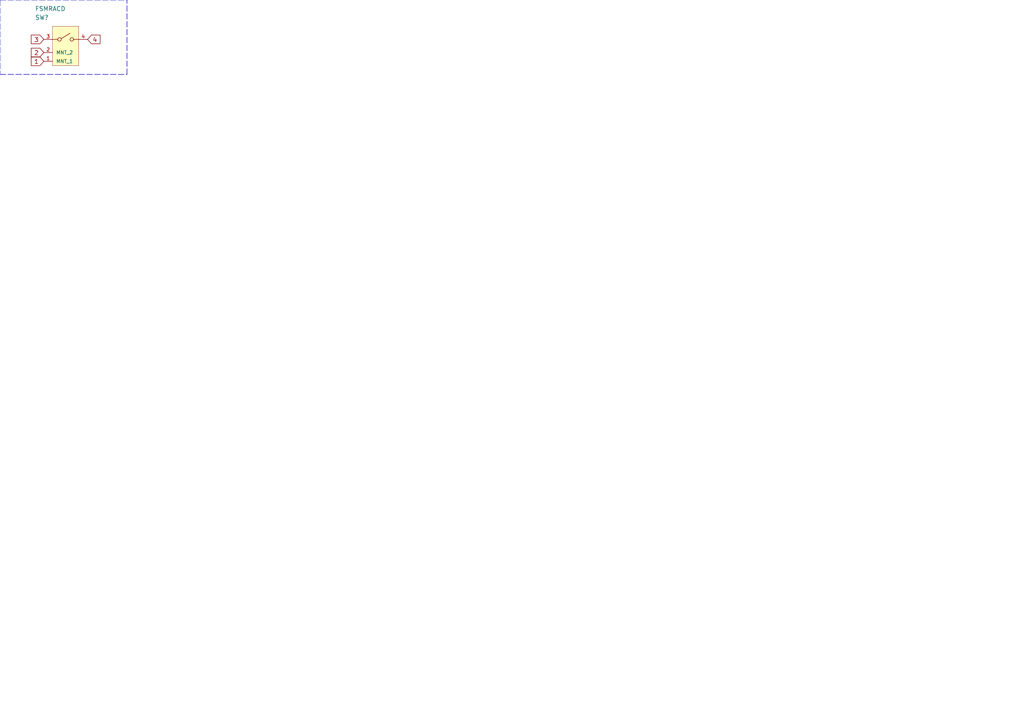
<source format=kicad_sch>
(kicad_sch (version 20201015) (generator eeschema)
  (paper "A4")
  (lib_symbols
    (symbol "eec:FSMRACD" (pin_names (offset 1.016))
      (property "Reference" "SW" (at 0 7.62 0))
      (property "Value" "FSMRACD" (at 0 10.16 0))
      (symbol "FSMRACD_1_1"
        (circle (center 7.112 1.27) (radius 0.508))
        (circle (center 10.668 1.27) (radius 0.508))
        (rectangle (start 5.08 5.08) (end 12.7 -6.35) (stroke (width 0.0006)) (fill (type background)))
        (polyline (pts (xy 7.62 1.524) (xy 10.16 3.048)))
        (polyline (pts (xy 5.08 1.27) (xy 6.604 1.27)))
        (polyline (pts (xy 12.7 1.27) (xy 11.176 1.27)))
        (pin passive line (at 2.54 1.27 0) (length 2.54) (name "3") (number "3"))
        (pin passive line (at 15.24 1.27 180) (length 2.54) (name "4") (number "4"))
        (pin passive line (at 2.54 -5.08 0) (length 2.54) (name "MNT_1") (number "1"))
        (pin passive line (at 2.54 -2.54 0) (length 2.54) (name "MNT_2") (number "2"))
      )
    )
  )
  (polyline (pts (xy 0 0) (xy 0 21.59)) (stroke (width 0) (type dash)))
  (polyline (pts (xy 0 0) (xy 36.83 0)) (stroke (width 0) (type dash)))
  (polyline (pts (xy 0 21.59) (xy 36.83 21.59)) (stroke (width 0) (type dash)))
  (polyline (pts (xy 36.83 21.59) (xy 36.83 0)) (stroke (width 0) (type dash)))
  (text "D S\\d+\nF .*\nV .*" (at 0 0 0) (effects (font (size 1.27 1.27)) (justify left bottom)))
  (global_label "3" (shape input) (at 12.7 11.43 180) (property "Intersheet References" "${INTERSHEET_REFS}" (effects hide)))
  (global_label "2" (shape input) (at 12.7 15.24 180) (property "Intersheet References" "${INTERSHEET_REFS}" (effects hide)))
  (global_label "1" (shape input) (at 12.7 17.78 180) (property "Intersheet References" "${INTERSHEET_REFS}" (effects hide)))
  (global_label "4" (shape input) (at 25.4 11.43 0) (property "Intersheet References" "${INTERSHEET_REFS}" (effects hide)))
  (symbol (lib_id "eec:FSMRACD") (at 10.16 12.7 0) (unit 1)
    (property "Reference" "SW?" (at 10.16 5.08 0) (effects (justify left)))
    (property "Value" "FSMRACD" (at 10.16 2.54 0) (effects (justify left)))
    (property "Footprint" "TE_Connectivity-FSMRACD-*" (effects hide))
    (property "Datasheet" "https://www.te.com/commerce/DocumentDelivery/DDEController?Action=showdoc&DocId=Customer+Drawing%7F1437566-1%7FG%7Fpdf%7FEnglish%7FENG_CD_1437566-1_G.pdf%7F9-1437565-9" (effects hide))
    (property "automotive" "No" (effects hide))
    (property "category" "Switch" (effects hide))
    (property "contact current rating" "50mA" (effects hide))
    (property "contact resistance" "100mΩ" (effects hide))
    (property "device class L1" "Electromechanical" (effects hide))
    (property "device class L2" "Switches" (effects hide))
    (property "device class L3" "Tactile Switches" (effects hide))
    (property "digikey description" "SWITCH TACTILE SPST-NO 0.05A 24V" (effects hide))
    (property "digikey part number" "450-1177-ND" (effects hide))
    (property "electromechanical life" "100000Cycles" (effects hide))
    (property "height" "7.3mm" (effects hide))
    (property "lead free" "Yes" (effects hide))
    (property "library id" "40f7c9658163cfbb" (effects hide))
    (property "manufacturer" "TE Connectivity" (effects hide))
    (property "mount" "Through Hole" (effects hide))
    (property "mouser description" "Tactile Switches TACTILE SWITCH R/A PB" (effects hide))
    (property "mouser part number" "506-FSMRACD" (effects hide))
    (property "operating force" "160gf" (effects hide))
    (property "package" "SW_PTH" (effects hide))
    (property "rohs" "Yes" (effects hide))
    (property "temperature range high" "+85°C" (effects hide))
    (property "temperature range low" "-35°C" (effects hide))
    (property "throw configuration" "SPST-NO" (effects hide))
    (property "voltage rating DC" "24V" (effects hide))
  )
)
</source>
